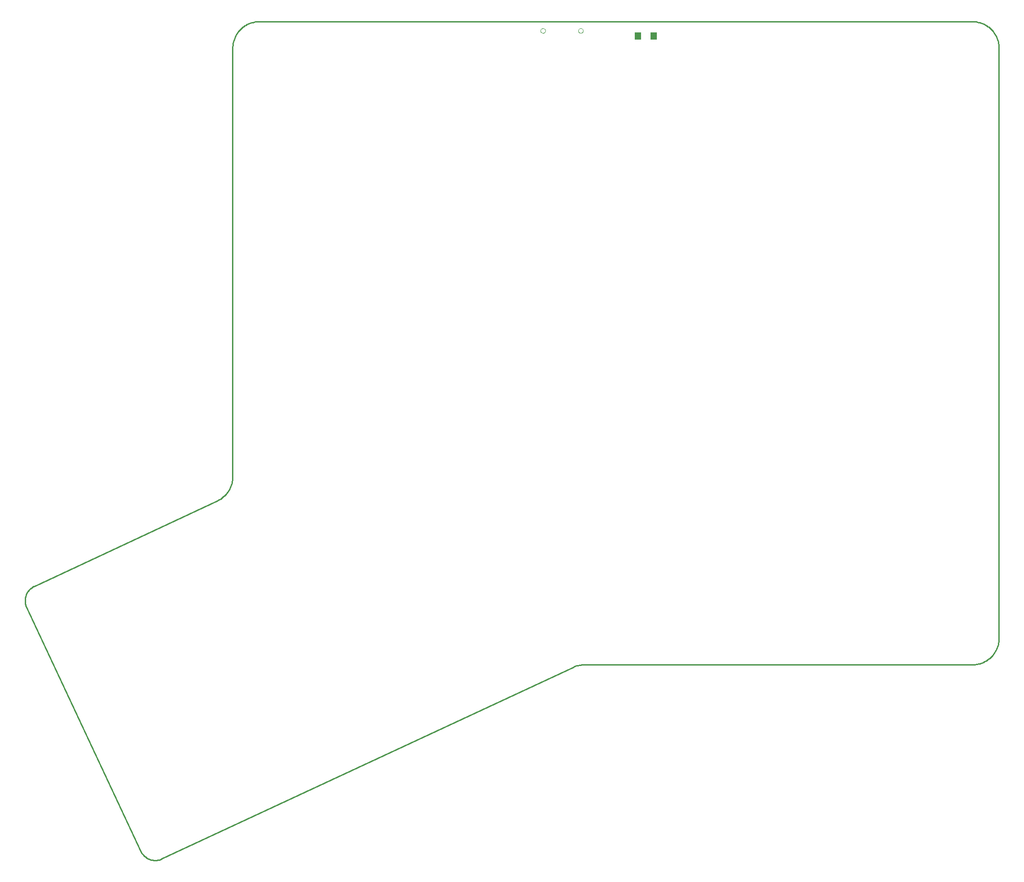
<source format=gbp>
G75*
G70*
%OFA0B0*%
%FSLAX24Y24*%
%IPPOS*%
%LPD*%
%AMOC8*
5,1,8,0,0,1.08239X$1,22.5*
%
%ADD10C,0.0100*%
%ADD11C,0.0000*%
%ADD12R,0.0472X0.0551*%
D10*
X011301Y002388D02*
X002853Y020446D01*
X002827Y020506D01*
X002804Y020569D01*
X002785Y020632D01*
X002769Y020696D01*
X002757Y020761D01*
X002748Y020827D01*
X002743Y020893D01*
X002742Y020959D01*
X002745Y021026D01*
X002751Y021092D01*
X002761Y021157D01*
X002775Y021222D01*
X002792Y021286D01*
X002813Y021349D01*
X002837Y021410D01*
X002865Y021470D01*
X002896Y021529D01*
X002930Y021586D01*
X002968Y021640D01*
X003008Y021693D01*
X003051Y021743D01*
X003098Y021791D01*
X003146Y021836D01*
X003197Y021878D01*
X003251Y021917D01*
X003306Y021953D01*
X003364Y021986D01*
X003423Y022016D01*
X003422Y022016D02*
X016965Y028348D01*
X016966Y028347D02*
X017049Y028389D01*
X017130Y028434D01*
X017209Y028483D01*
X017286Y028536D01*
X017360Y028592D01*
X017431Y028652D01*
X017500Y028715D01*
X017565Y028781D01*
X017627Y028850D01*
X017686Y028922D01*
X017741Y028997D01*
X017793Y029074D01*
X017841Y029153D01*
X017885Y029235D01*
X017926Y029319D01*
X017962Y029405D01*
X017994Y029492D01*
X018022Y029580D01*
X018046Y029670D01*
X018066Y029761D01*
X018081Y029853D01*
X018092Y029945D01*
X018099Y030038D01*
X018101Y030131D01*
X018100Y030131D02*
X018100Y061870D01*
X018102Y061964D01*
X018109Y062057D01*
X018120Y062150D01*
X018136Y062243D01*
X018156Y062334D01*
X018180Y062425D01*
X018208Y062514D01*
X018241Y062602D01*
X018278Y062688D01*
X018319Y062772D01*
X018364Y062855D01*
X018413Y062935D01*
X018465Y063012D01*
X018521Y063087D01*
X018581Y063159D01*
X018644Y063229D01*
X018710Y063295D01*
X018780Y063358D01*
X018852Y063418D01*
X018927Y063474D01*
X019004Y063526D01*
X019084Y063575D01*
X019167Y063620D01*
X019251Y063661D01*
X019337Y063698D01*
X019425Y063731D01*
X019514Y063759D01*
X019605Y063783D01*
X019696Y063803D01*
X019789Y063819D01*
X019882Y063830D01*
X019975Y063837D01*
X020069Y063839D01*
X072825Y063839D01*
X072919Y063837D01*
X073012Y063830D01*
X073105Y063819D01*
X073198Y063803D01*
X073289Y063783D01*
X073380Y063759D01*
X073469Y063731D01*
X073557Y063698D01*
X073643Y063661D01*
X073727Y063620D01*
X073809Y063575D01*
X073890Y063526D01*
X073967Y063474D01*
X074042Y063418D01*
X074114Y063358D01*
X074184Y063295D01*
X074250Y063229D01*
X074313Y063159D01*
X074373Y063087D01*
X074429Y063012D01*
X074481Y062935D01*
X074530Y062854D01*
X074575Y062772D01*
X074616Y062688D01*
X074653Y062602D01*
X074686Y062514D01*
X074714Y062425D01*
X074738Y062334D01*
X074758Y062243D01*
X074774Y062150D01*
X074785Y062057D01*
X074792Y061964D01*
X074794Y061870D01*
X074793Y061870D02*
X074793Y018169D01*
X074794Y018169D02*
X074792Y018075D01*
X074785Y017982D01*
X074774Y017889D01*
X074758Y017796D01*
X074738Y017705D01*
X074714Y017614D01*
X074686Y017525D01*
X074653Y017437D01*
X074616Y017351D01*
X074575Y017267D01*
X074530Y017185D01*
X074481Y017104D01*
X074429Y017027D01*
X074373Y016952D01*
X074313Y016880D01*
X074250Y016810D01*
X074184Y016744D01*
X074114Y016681D01*
X074042Y016621D01*
X073967Y016565D01*
X073890Y016513D01*
X073810Y016464D01*
X073727Y016419D01*
X073643Y016378D01*
X073557Y016341D01*
X073469Y016308D01*
X073380Y016280D01*
X073289Y016256D01*
X073198Y016236D01*
X073105Y016220D01*
X073012Y016209D01*
X072919Y016202D01*
X072825Y016200D01*
X072825Y016201D02*
X044127Y016201D01*
X043295Y016016D02*
X012870Y001818D01*
X012807Y001791D01*
X012743Y001767D01*
X012677Y001747D01*
X012610Y001731D01*
X012543Y001720D01*
X012475Y001712D01*
X012406Y001708D01*
X012337Y001707D01*
X012269Y001711D01*
X012201Y001719D01*
X012133Y001731D01*
X012066Y001747D01*
X012000Y001767D01*
X011936Y001790D01*
X011873Y001817D01*
X011811Y001848D01*
X011752Y001882D01*
X011695Y001920D01*
X011639Y001961D01*
X011587Y002005D01*
X011537Y002052D01*
X011490Y002102D01*
X011445Y002154D01*
X011404Y002209D01*
X011367Y002267D01*
X011332Y002326D01*
X011301Y002387D01*
X043294Y016016D02*
X043382Y016055D01*
X043471Y016089D01*
X043562Y016118D01*
X043654Y016143D01*
X043747Y016164D01*
X043841Y016180D01*
X043936Y016192D01*
X044031Y016199D01*
X044127Y016201D01*
D11*
X043679Y063160D02*
X043681Y063186D01*
X043687Y063212D01*
X043697Y063237D01*
X043710Y063260D01*
X043726Y063280D01*
X043746Y063298D01*
X043768Y063313D01*
X043791Y063325D01*
X043817Y063333D01*
X043843Y063337D01*
X043869Y063337D01*
X043895Y063333D01*
X043921Y063325D01*
X043945Y063313D01*
X043966Y063298D01*
X043986Y063280D01*
X044002Y063260D01*
X044015Y063237D01*
X044025Y063212D01*
X044031Y063186D01*
X044033Y063160D01*
X044031Y063134D01*
X044025Y063108D01*
X044015Y063083D01*
X044002Y063060D01*
X043986Y063040D01*
X043966Y063022D01*
X043944Y063007D01*
X043921Y062995D01*
X043895Y062987D01*
X043869Y062983D01*
X043843Y062983D01*
X043817Y062987D01*
X043791Y062995D01*
X043767Y063007D01*
X043746Y063022D01*
X043726Y063040D01*
X043710Y063060D01*
X043697Y063083D01*
X043687Y063108D01*
X043681Y063134D01*
X043679Y063160D01*
X040884Y063160D02*
X040886Y063186D01*
X040892Y063212D01*
X040902Y063237D01*
X040915Y063260D01*
X040931Y063280D01*
X040951Y063298D01*
X040973Y063313D01*
X040996Y063325D01*
X041022Y063333D01*
X041048Y063337D01*
X041074Y063337D01*
X041100Y063333D01*
X041126Y063325D01*
X041150Y063313D01*
X041171Y063298D01*
X041191Y063280D01*
X041207Y063260D01*
X041220Y063237D01*
X041230Y063212D01*
X041236Y063186D01*
X041238Y063160D01*
X041236Y063134D01*
X041230Y063108D01*
X041220Y063083D01*
X041207Y063060D01*
X041191Y063040D01*
X041171Y063022D01*
X041149Y063007D01*
X041126Y062995D01*
X041100Y062987D01*
X041074Y062983D01*
X041048Y062983D01*
X041022Y062987D01*
X040996Y062995D01*
X040972Y063007D01*
X040951Y063022D01*
X040931Y063040D01*
X040915Y063060D01*
X040902Y063083D01*
X040892Y063108D01*
X040886Y063134D01*
X040884Y063160D01*
D12*
X048082Y062776D03*
X049264Y062776D03*
M02*

</source>
